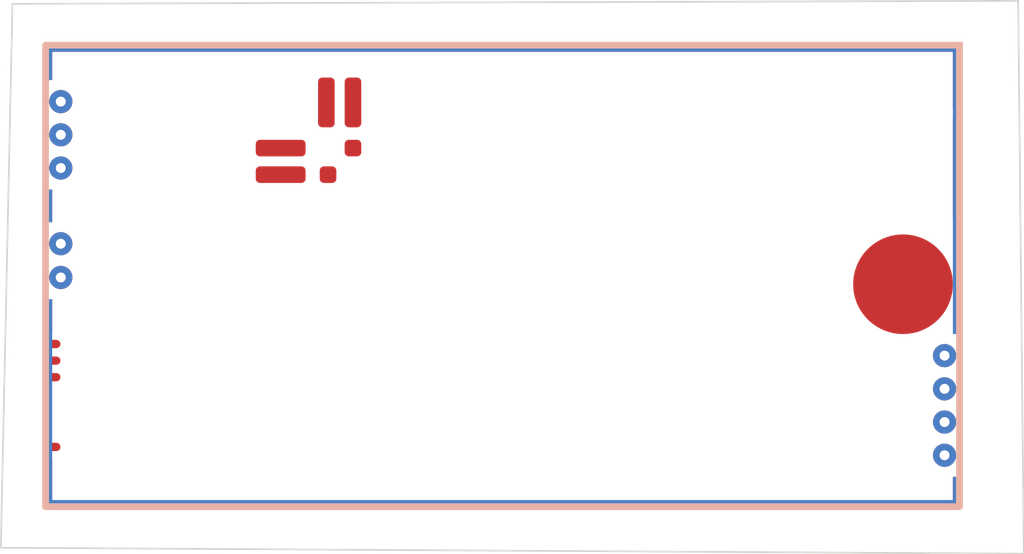
<source format=kicad_pcb>
(kicad_pcb (version 20240108) (generator "pcbnew") (generator_version "8.0")
  (layers (0 "F.Cu" signal) (1 "In1.Cu" signal) (2 "In2.Cu" signal) (31 "B.Cu" signal) (34 "B.Paste" user) (35 "F.Paste" user) (36 "B.SilkS" user "B.Silkscreen") (37 "F.SilkS" user "F.Silkscreen") (38 "B.Mask" user) (39 "F.Mask" user) (44 "Edge.Cuts" user))
  (net 0 "")
  (footprint "hellen-one-wbo-0.5:wbo" (layer "F.Cu") (at 93.135 77.995)
    (property "Reference" "M1" (hide yes))
    (property "Value" "Module-wbo-0.5" (hide yes))
    (fp_rect (start 27.6 -14) (end 0.1 -0.1) (stroke (width 0.2)) (fill none) (layer "B.SilkS"))
    (fp_rect (start 27.6 -14) (end 0.1 -0.1) (stroke (width 0.2)) (fill none) (layer "F.SilkS"))
    (pad "E1" thru_hole circle (at 27.15 -1.65 90) (size 0.7 0.7) (drill 0.3) (layers "*.Cu"))
    (pad "E2" thru_hole circle (at 27.15 -4.65 90) (size 0.7 0.7) (drill 0.3) (layers "*.Cu"))
    (pad "E3" thru_hole circle (at 27.15 -3.65 90) (size 0.7 0.7) (drill 0.3) (layers "*.Cu"))
    (pad "E4" thru_hole circle (at 27.15 -2.65 90) (size 0.7 0.7) (drill 0.3) (layers "*.Cu"))
    (pad "E5" smd circle (at 25.9 -6.8) (size 3 3) (layers "F.Cu"))
    (pad "E6" smd rect (at 27.525 -10.3) (size 0.25 3) (layers "F.Cu"))
    (pad "G" smd rect (at 0.175 -13.5) (size 0.25 1.1) (layers "F.Cu"))
    (pad "G" smd rect (at 0.175 -13.5) (size 0.25 1.1) (layers "B.Cu"))
    (pad "G" smd rect (at 0.175 -9.16) (size 0.25 0.98) (layers "F.Cu"))
    (pad "G" smd rect (at 0.175 -9.16) (size 0.25 0.98) (layers "B.Cu"))
    (pad "G" smd rect (at 0.175 -5.86) (size 0.25 0.98) (layers "F.Cu"))
    (pad "G" smd rect (at 0.175 -3.2) (size 0.25 6.3) (layers "B.Cu"))
    (pad "G" smd rect (at 0.175 -0.775) (size 0.25 1.45) (layers "F.Cu"))
    (pad "G" smd rect (at 13.85 -13.925 90) (size 0.25 27.6) (layers "F.Cu"))
    (pad "G" smd rect (at 13.85 -13.925 90) (size 0.25 27.6) (layers "B.Cu"))
    (pad "G" smd rect (at 13.85 -0.175 90) (size 0.25 27.6) (layers "F.Cu"))
    (pad "G" smd rect (at 13.85 -0.175 90) (size 0.25 27.6) (layers "B.Cu"))
    (pad "G" smd rect (at 27.525 -13.075) (size 0.25 1.95) (layers "F.Cu"))
    (pad "G" smd rect (at 27.525 -9.675) (size 0.25 8.75) (layers "B.Cu"))
    (pad "G" smd rect (at 27.525 -0.525) (size 0.25 0.95) (layers "F.Cu"))
    (pad "G" smd rect (at 27.525 -0.525) (size 0.25 0.95) (layers "B.Cu"))
    (pad "J1" smd roundrect (at 9.35 -12.275 180) (size 0.5 1.5) (layers "F.Cu"))
    (pad "J2" smd roundrect (at 7.175 -10.1 180) (size 1.5 0.5) (layers "F.Cu"))
    (pad "J_GND1" smd roundrect (at 8.55 -12.275 180) (size 0.5 1.5) (layers "F.Cu"))
    (pad "J_GND2" smd roundrect (at 8.6 -10.1 270) (size 0.5 0.5) (layers "F.Cu"))
    (pad "J_VCC1" smd roundrect (at 9.35 -10.9 180) (size 0.5 0.5) (layers "F.Cu"))
    (pad "J_VCC2" smd roundrect (at 7.175 -10.9 180) (size 1.5 0.5) (layers "F.Cu"))
    (pad "W1" thru_hole circle (at 0.5588 -11.3 90) (size 0.7 0.7) (drill 0.3) (layers "*.Cu"))
    (pad "W2" thru_hole circle (at 0.5588 -10.3 90) (size 0.7 0.7) (drill 0.3) (layers "*.Cu"))
    (pad "W3" thru_hole circle (at 0.5588 -7.004 90) (size 0.7 0.7) (drill 0.3) (layers "*.Cu"))
    (pad "W4" thru_hole circle (at 0.5588 -8.02 90) (size 0.7 0.7) (drill 0.3) (layers "*.Cu"))
    (pad "W5" smd roundrect (at 0.3 -5) (size 0.5 0.25) (layers "F.Cu") (roundrect_rratio 0.5))
    (pad "W6" smd roundrect (at 0.3 -4.5) (size 0.5 0.25) (layers "F.Cu") (roundrect_rratio 0.5))
    (pad "W7" smd roundrect (at 0.3 -4) (size 0.5 0.25) (layers "F.Cu") (roundrect_rratio 0.5))
    (pad "W8" smd roundrect (at 0.3 -1.9) (size 0.5 0.25) (layers "F.Cu") (roundrect_rratio 0.5))
    (pad "W9" thru_hole circle (at 0.5588 -12.3 90) (size 0.7 0.7) (drill 0.3) (layers "*.Cu"))
  )
  (gr_line (start 122.5 62.66) (end 122.67 79.31) (stroke (width 0.05)) (layer "Edge.Cuts"))
  (gr_line (start 91.89 79.13) (end 92.24 62.75) (stroke (width 0.05)) (layer "Edge.Cuts"))
  (gr_line (start 92.24 62.75) (end 122.5 62.66) (stroke (width 0.05)) (layer "Edge.Cuts"))
  (gr_line (start 122.67 79.31) (end 91.89 79.13) (stroke (width 0.05)) (layer "Edge.Cuts"))
)
</source>
